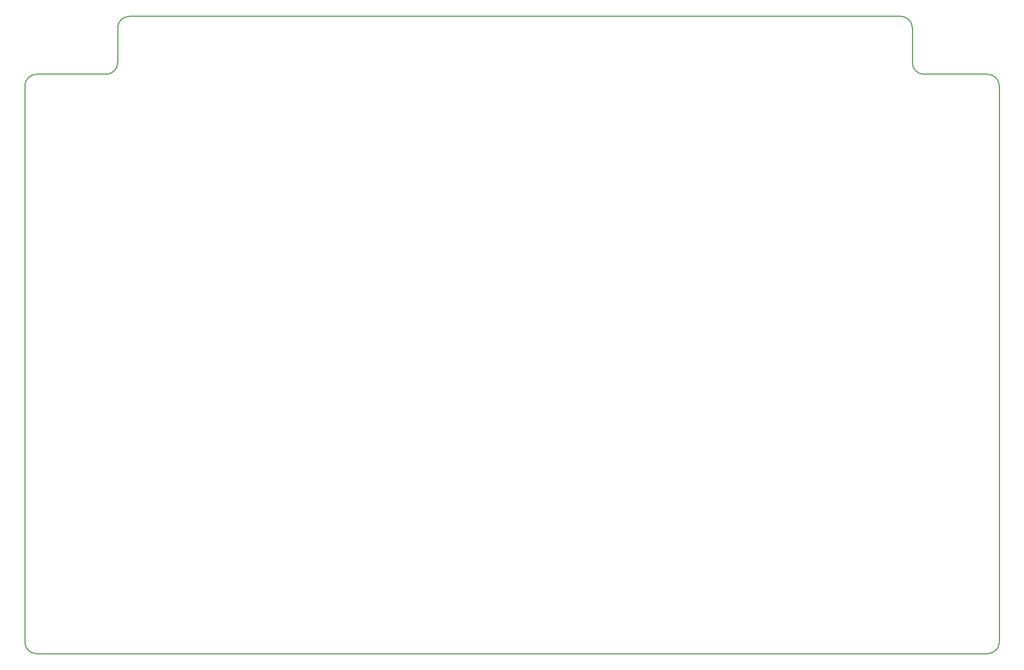
<source format=gbr>
%TF.GenerationSoftware,KiCad,Pcbnew,7.0.1*%
%TF.CreationDate,2023-08-25T12:13:54-06:00*%
%TF.ProjectId,UFC_Main,5546435f-4d61-4696-9e2e-6b696361645f,rev?*%
%TF.SameCoordinates,Original*%
%TF.FileFunction,Profile,NP*%
%FSLAX46Y46*%
G04 Gerber Fmt 4.6, Leading zero omitted, Abs format (unit mm)*
G04 Created by KiCad (PCBNEW 7.0.1) date 2023-08-25 12:13:54*
%MOMM*%
%LPD*%
G01*
G04 APERTURE LIST*
%TA.AperFunction,Profile*%
%ADD10C,0.150000*%
%TD*%
G04 APERTURE END LIST*
D10*
X150989432Y110008802D02*
X17989432Y110008802D01*
X15989432Y108008802D02*
X15989432Y102008802D01*
X13989432Y100008802D02*
X1989432Y100008802D01*
X-10568Y98008802D02*
X-10568Y2008802D01*
X1989432Y8802D02*
X165989432Y8802D01*
X167989432Y2008802D02*
X167989432Y98008802D01*
X165989432Y100008802D02*
X154989432Y100008802D01*
X152989432Y102008802D02*
X152989432Y108008802D01*
X-10538Y2008802D02*
G75*
G03*
X1989432Y8802I1999998J-2D01*
G01*
X152989462Y108008802D02*
G75*
G03*
X150989432Y110008802I-2000002J-2D01*
G01*
X152989462Y102008802D02*
G75*
G03*
X154989432Y100008802I1999998J-2D01*
G01*
X13989432Y100008828D02*
G75*
G03*
X15989432Y102008802I28J1999972D01*
G01*
X1989432Y100008828D02*
G75*
G03*
X-10568Y98008802I28J-2000028D01*
G01*
X17989432Y110008828D02*
G75*
G03*
X15989432Y108008802I28J-2000028D01*
G01*
X167989462Y98008802D02*
G75*
G03*
X165989432Y100008802I-2000002J-2D01*
G01*
X165989432Y8828D02*
G75*
G03*
X167989432Y2008802I28J1999972D01*
G01*
M02*

</source>
